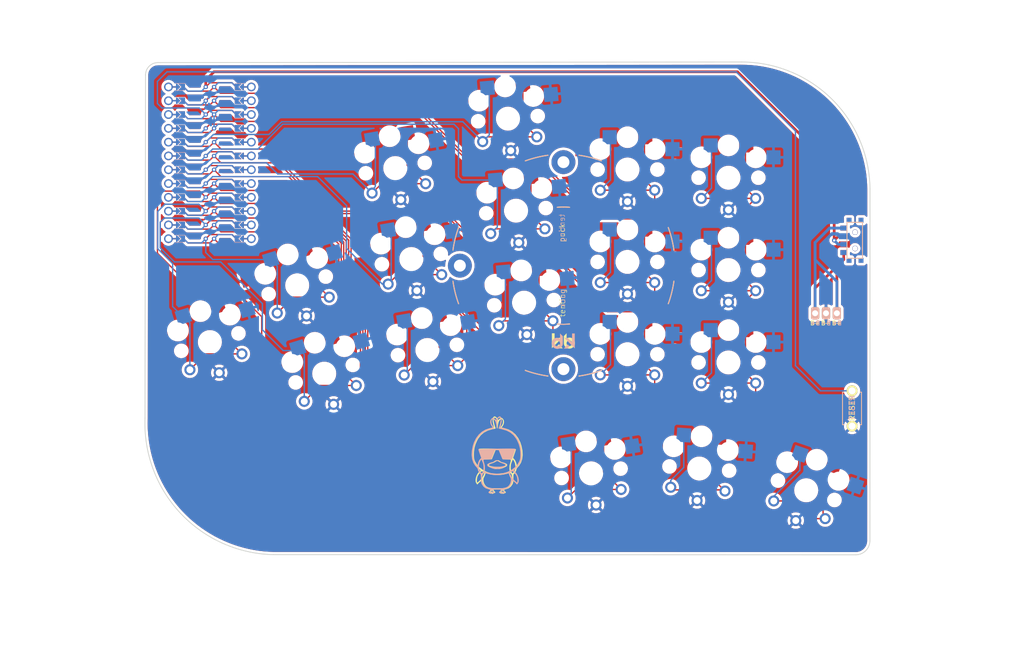
<source format=kicad_pcb>
(kicad_pcb (version 20211014) (generator pcbnew)
  (title_block (title "board") (rev "v1.0.0") (company "Unknown"))
  (layers (0 "F.Cu" signal) (31 "B.Cu" signal) (34 "B.Paste" user) (35 "F.Paste" user) (36 "B.SilkS" user "B.Silkscreen") (37 "F.SilkS" user "F.Silkscreen") (38 "B.Mask" user) (39 "F.Mask" user) (44 "Edge.Cuts" user))
  (net 0 "")
  (net 1 "P6")
  (net 2 "GND")
  (net 3 "P5")
  (net 4 "P4")
  (net 5 "P3")
  (net 6 "P2")
  (net 7 "P0")
  (net 8 "P1")
  (net 9 "P18")
  (net 10 "P15")
  (net 11 "P14")
  (net 12 "P16")
  (net 13 "P10")
  (net 14 "P19")
  (net 15 "P20")
  (net 16 "P21")
  (net 17 "P7")
  (net 18 "P8")
  (net 19 "P9")
  (net 20 "RAW")
  (net 21 "RST")
  (net 22 "VCC")
  (net 23 "Braw")
  (footprint "E73:SPDT_C128955" (layer "F.Cu") (at 157.269 -91.658 -90)
    (fp_text reference "T1" hide)
    (fp_text value "" hide)
  )
  (footprint "lib:bat" (layer "F.Cu") (at 151.924 -78.232)
    (fp_text reference "PAD1" hide)
    (fp_text value "" hide)
  )
  (footprint "kbd:ResetSW" (layer "F.Cu") (at 156.718 -60.706 90)
    (fp_text reference "B1" hide)
    (fp_text value "")
  )
  (footprint "Alaa:key" (layer "F.Cu") (at 72.700438 -104.95283 10)
    (fp_text reference "S11" hide)
    (fp_text value "" hide)
  )
  (footprint "Alaa:key" (layer "F.Cu") (at 94.905133 -97.114167 5)
    (fp_text reference "S15" hide)
    (fp_text value "" hide)
  )
  (footprint "Alaa:key" (layer "F.Cu") (at 115.411087 -87.686017)
    (fp_text reference "S21" hide)
    (fp_text value "" hide)
  )
  (footprint "Alaa:key" (layer "F.Cu") (at 133.985 -103.178)
    (fp_text reference "S29" hide)
    (fp_text value "" hide)
  )
  (footprint "LOGO" (layer "F.Cu") (at 91.44 -50.8)
    (fp_text reference "G***" hide)
    (fp_text value "LOGO" hide)
  )
  (footprint "Alaa:key" (layer "F.Cu") (at 148.283233 -45.648142 -19)
    (fp_text reference "S33" hide)
    (fp_text value "" hide)
  )
  (footprint "Alaa:key" (layer "F.Cu") (at 78.604476 -71.469366 10)
    (fp_text reference "S7" hide)
    (fp_text value "" hide)
  )
  (footprint "E73:SPDT_C128955" (layer "F.Cu") (at 157.269 -91.658 -90)
    (fp_text reference "T2" hide)
    (fp_text value "" hide)
  )
  (footprint "Alaa:key" (layer "F.Cu") (at 38.599617 -72.921745 17)
    (fp_text reference "S1" hide)
    (fp_text value "" hide)
  )
  (footprint "Alaa:key" (layer "F.Cu") (at 54.663006 -83.366197 17)
    (fp_text reference "S5" hide)
    (fp_text value "" hide)
  )
  (footprint "Alaa:key" (layer "F.Cu") (at 133.985 -86.178)
    (fp_text reference "S27" hide)
    (fp_text value "" hide)
  )
  (footprint "Alaa:key" (layer "F.Cu") (at 75.652457 -88.211098 10)
    (fp_text reference "S9" hide)
    (fp_text value "" hide)
  )
  (footprint "Alaa:key" (layer "F.Cu") (at 96.386781 -80.178857 5)
    (fp_text reference "S13" hide)
    (fp_text value "" hide)
  )
  (footprint "Alaa:key" (layer "F.Cu") (at 93.423486 -114.049477 5)
    (fp_text reference "S17" hide)
    (fp_text value "" hide)
  )
  (footprint "kbd:Tenting_Puck2" (layer "F.Cu") (at 103.632 -86.995)
    (fp_text reference "REF**")
    (fp_text value "Tenting Puck")
  )
  (footprint "Alaa:key" (layer "F.Cu") (at 128.62109 -49.648451 -4)
    (fp_text reference "S31" hide)
    (fp_text value "" hide)
  )
  (footprint "Alaa:key" (layer "F.Cu") (at 59.633325 -67.109016 17)
    (fp_text reference "S3" hide)
    (fp_text value "" hide)
  )
  (footprint "Alaa:key" (layer "F.Cu") (at 115.411087 -104.686017)
    (fp_text reference "S23" hide)
    (fp_text value "" hide)
  )
  (footprint "Alaa:key" (layer "F.Cu") (at 133.985 -69.178)
    (fp_text reference "S25" hide)
    (fp_text value "" hide)
  )
  (footprint "Alaa:key" (layer "F.Cu") (at 115.411087 -70.686017)
    (fp_text reference "S19" hide)
    (fp_text value "" hide)
  )
  (footprint "Alaa:key" (layer "F.Cu") (at 108.712 -48.768 9)
    (fp_text reference "S31" hide)
    (fp_text value "" hide)
  )
  (footprint "LOGO" (layer "B.Cu") (at 91.44 -50.8 180)
    (fp_text reference "G***" hide)
    (fp_text value "LOGO" hide)
  )
  (footprint "ProMicro" (layer "B.Cu") (at 38.608 -105.918 -90)
    (fp_text reference "")
    (fp_text value "")
  )
  (gr_line (start 136.378 -124.477905) (end 29.048446 -124.367554) (layer "Edge.Cuts") (width 0.15))
  (gr_line (start 26.67 -58.928) (end 26.762446 -122.081554) (layer "Edge.Cuts") (width 0.15))
  (gr_arc (start 136.378 -124.477905) (mid 153.005122 -117.643705) (end 160.02 -101.092) (layer "Edge.Cuts") (width 0.15))
  (gr_arc (start 50.292 -33.794081) (mid 33.209738 -41.406869) (end 26.67 -58.928) (layer "Edge.Cuts") (width 0.15))
  (gr_arc (start 160.00102 -36.322) (mid 159.230194 -34.525146) (end 157.426728 -33.769919) (layer "Edge.Cuts") (width 0.15))
  (gr_line (start 160.00102 -36.322) (end 160.02 -101.092) (layer "Edge.Cuts") (width 0.15))
  (gr_line (start 157.426728 -33.769919) (end 50.292 -33.794081) (layer "Edge.Cuts") (width 0.15))
  (gr_arc (start 26.762446 -122.081554) (mid 27.432 -123.698) (end 29.048446 -124.367554) (layer "Edge.Cuts") (width 0.15))
  (segment (start 118.536566 -76.486496) (end 118.536566 -68.760538) (width 0.25) (layer "F.Cu") (net 1))
  (segment (start 67.64256 -67.868594) (end 73.906114 -61.60504) (width 0.25) (layer "F.Cu") (net 1))
  (segment (start 63.672973 -83.522181) (end 64.008 -83.187154) (width 0.25) (layer "F.Cu") (net 1))
  (segment (start 64.008 -83.187151) (end 67.64256 -79.552591) (width 0.25) (layer "F.Cu") (net 1))
  (segment (start 119.77104 -61.60504) (end 120.411087 -62.245087) (width 0.25) (layer "F.Cu") (net 1))
  (segment (start 40.494511 -98.443489) (end 56.747639 -98.443489) (width 0.25) (layer "F.Cu") (net 1))
  (segment (start 120.411087 -62.245087) (end 120.411087 -66.886017) (width 0.25) (layer "F.Cu") (net 1))
  (segment (start 73.906114 -61.60504) (end 119.77104 -61.60504) (width 0.25) (layer "F.Cu") (net 1))
  (segment (start 118.536566 -68.760538) (end 120.411087 -66.886017) (width 0.25) (layer "F.Cu") (net 1))
  (segment (start 118.686087 -76.636017) (end 118.536566 -76.486496) (width 0.25) (layer "F.Cu") (net 1))
  (segment (start 39.37 -99.568) (end 40.494511 -98.443489) (width 0.25) (layer "F.Cu") (net 1))
  (segment (start 64.008 -83.187154) (end 64.008 -83.187151) (width 0.25) (layer "F.Cu") (net 1))
  (segment (start 56.747639 -98.443489) (end 63.672973 -91.518155) (width 0.25) (layer "F.Cu") (net 1))
  (segment (start 67.64256 -79.552591) (end 67.64256 -67.868594) (width 0.25) (layer "F.Cu") (net 1))
  (segment (start 63.672973 -91.518155) (end 63.672973 -83.522181) (width 0.25) (layer "F.Cu") (net 1))
  (segment (start 120.411087 -66.886017) (end 110.411087 -66.886017) (width 0.25) (layer "F.Cu") (net 1))
  (segment (start 112.285608 -77.029475) (end 112.285608 -68.760538) (width 0.25) (layer "B.Cu") (net 1))
  (segment (start 112.285608 -68.760538) (end 110.411087 -66.886017) (width 0.25) (layer "B.Cu") (net 1))
  (segment (start 63.899973 -112.884027) (end 63.899973 -107.20892) (width 0.25) (layer "F.Cu") (net 2))
  (segment (start 39.37 -114.808) (end 40.64 -113.538) (width 0.25) (layer "F.Cu") (net 2))
  (segment (start 50.499075 -113.538) (end 52.531075 -115.57) (width 0.25) (layer "F.Cu") (net 2))
  (segment (start 52.531075 -115.57) (end 61.214 -115.57) (width 0.25) (layer "F.Cu") (net 2))
  (segment (start 61.214 -115.57) (end 63.899973 -112.884027) (width 0.25) (layer "F.Cu") (net 2))
  (segment (start 40.64 -113.538) (end 50.499075 -113.538) (width 0.25) (layer "F.Cu") (net 2))
  (segment (start 37.846 -116.332) (end 39.37 -114.808) (width 0.25) (layer "B.Cu") (net 2))
  (segment (start 37.846 -117.348) (end 37.846 -116.332) (width 0.25) (layer "B.Cu") (net 2))
  (segment (start 39.37 -114.808) (end 39.37 -112.268) (width 0.25) (layer "B.Cu") (net 2))
  (segment (start 85.852 -76.834282) (end 85.852 -70.258959) (width 0.25) (layer "F.Cu") (net 3))
  (segment (start 85.852 -70.258959) (end 84.188378 -68.595337) (width 0.25) (layer "F.Cu") (net 3))
  (segment (start 64.122493 -91.704353) (end 64.122493 -83.708379) (width 0.25) (layer "F.Cu") (net 3))
  (segment (start 80.796515 -71.9872) (end 84.188378 -68.595337) (width 0.25) (layer "F.Cu") (net 3))
  (segment (start 40.64 -100.838) (end 54.988846 -100.838) (width 0.25) (layer "F.Cu") (net 3))
  (segment (start 84.188378 -68.595337) (end 76.076781 -68.595337) (width 0.25) (layer "F.Cu") (net 3))
  (segment (start 80.796515 -77.89767) (end 80.796515 -71.9872) (width 0.25) (layer "F.Cu") (net 3))
  (segment (start 76.076781 -68.595337) (end 74.3403 -66.858856) (width 0.25) (layer "F.Cu") (net 3))
  (segment (start 82.617802 -80.06848) (end 85.852 -76.834282) (width 0.25) (layer "F.Cu") (net 3))
  (segment (start 54.988846 -100.838) (end 64.122493 -91.704353) (width 0.25) (layer "F.Cu") (net 3))
  (segment (start 64.122493 -83.708379) (end 67.762393 -80.06848) (width 0.25) (layer "F.Cu") (net 3))
  (segment (start 67.762393 -80.06848) (end 82.617802 -80.06848) (width 0.25) (layer "F.Cu") (net 3))
  (segment (start 39.37 -102.108) (end 40.64 -100.838) (width 0.25) (layer "F.Cu") (net 3))
  (segment (start 74.346024 -76.760274) (end 74.903778 -76.20252) (width 0.25) (layer "B.Cu") (net 3))
  (segment (start 74.903778 -76.20252) (end 74.903778 -67.422334) (width 0.25) (layer "B.Cu") (net 3))
  (segment (start 92.608557 -76.829096) (end 91.736999 -75.957538) (width 0.25) (layer "F.Cu") (net 4))
  (segment (start 100.584 -72.39) (end 101.698946 -73.504946) (width 0.25) (layer "F.Cu") (net 4))
  (segment (start 101.698946 -76.829096) (end 99.130742 -79.3973) (width 0.25) (layer "F.Cu") (net 4))
  (segment (start 99.130742 -79.3973) (end 99.130742 -86.391651) (width 0.25) (layer "F.Cu") (net 4))
  (segment (start 101.698946 -73.504946) (end 101.698946 -76.829096) (width 0.25) (layer "F.Cu") (net 4))
  (segment (start 67.94859 -80.518) (end 82.804 -80.518) (width 0.25) (layer "F.Cu") (net 4))
  (segment (start 39.37 -104.648) (end 40.64 -103.378) (width 0.25) (layer "F.Cu") (net 4))
  (segment (start 40.64 -103.378) (end 53.084564 -103.378) (width 0.25) (layer "F.Cu") (net 4))
  (segment (start 53.084564 -103.378) (end 64.572013 -91.890551) (width 0.25) (layer "F.Cu") (net 4))
  (segment (start 101.698946 -76.829096) (end 92.608557 -76.829096) (width 0.25) (layer "F.Cu") (net 4))
  (segment (start 64.572013 -83.894577) (end 67.94859 -80.518) (width 0.25) (layer "F.Cu") (net 4))
  (segment (start 64.572013 -91.890551) (end 64.572013 -83.894577) (width 0.25) (layer "F.Cu") (net 4))
  (segment (start 90.932 -72.39) (end 100.584 -72.39) (width 0.25) (layer "F.Cu") (net 4))
  (segment (start 82.804 -80.518) (end 90.932 -72.39) (width 0.25) (layer "F.Cu") (net 4))
  (segment (start 92.605667 -85.82078) (end 92.953494 -85.472953) (width 0.25) (layer "B.Cu") (net 4))
  (segment (start 92.953494 -77.174033) (end 91.736999 -75.957538) (width 0.25) (layer "B.Cu") (net 4))
  (segment (start 92.953494 -85.472953) (end 92.953494 -77.174033) (width 0.25) (layer "B.Cu") (net 4))
  (segment (start 40.64 -105.918) (end 51.180282 -105.918) (width 0.25) (layer "F.Cu") (net 5))
  (segment (start 135.117538 -78.510538) (end 138.985 -82.378) (width 0.25) (layer "F.Cu") (net 5))
  (segment (start 137.110479 -84.252521) (end 137.110479 -91.978479) (width 0.25) (layer "F.Cu") (net 5))
  (segment (start 39.37 -107.188) (end 40.64 -105.918) (width 0.25) (layer "F.Cu") (net 5))
  (segment (start 51.180282 -105.918) (end 60.519802 -96.57848) (width 0.25) (layer "F.Cu") (net 5))
  (segment (start 138.985 -82.378) (end 137.110479 -84.252521) (width 0.25) (layer "F.Cu") (net 5))
  (segment (start 137.110479 -91.978479) (end 137.26 -92.128) (width 0.25) (layer "F.Cu") (net 5))
  (segment (start 101.6 -88.646) (end 111.735462 -78.510538) (width 0.25) (layer "F.Cu") (net 5))
  (segment (start 60.519802 -96.57848) (end 81.72952 -96.57848) (width 0.25) (layer "F.Cu") (net 5))
  (segment (start 81.72952 -96.57848) (end 89.662 -88.646) (width 0.25) (layer "F.Cu") (net 5))
  (segment (start 111.735462 -78.510538) (end 135.117538 -78.510538) (width 0.25) (layer "F.Cu") (net 5))
  (segment (start 128.985 -82.378) (end 138.985 -82.378) (width 0.25) (layer "F.Cu") (net 5))
  (segment (start 89.662 -88.646) (end 101.6 -88.646) (width 0.25) (layer "F.Cu") (net 5))
  (segment (start 130.71 -92.128) (end 130.859521 -91.978479) (width 0.25) (layer "B.Cu") (net 5))
  (segment (start 130.859521 -91.978479) (end 130.859521 -84.252521) (width 0.25) (layer "B.Cu") (net 5))
  (segment (start 130.859521 -84.252521) (end 128.985 -82.378) (width 0.25) (layer "B.Cu") (net 5))
  (segment (start 118.536566 -85.760538) (end 120.411087 -83.886017) (width 0.25) (layer "F.Cu") (net 6))
  (segment (start 110.411087 -83.886017) (end 120.411087 -83.886017) (width 0.25) (layer "F.Cu") (net 6))
  (segment (start 118.536566 -93.486496) (end 118.536566 -85.760538) (width 0.25) (layer "F.Cu") (net 6))
  (segment (start 49.276 -108.458) (end 60.706 -97.028) (width 0.25) (layer "F.Cu") (net 6))
  (segment (start 89.848198 -89.09552) (end 101.786198 -89.09552) (width 0.25) (layer "F.Cu") (net 6))
  (segment (start 120.411087 -80.787087) (end 120.411087 -83.886017) (width 0.25) (layer "F.Cu") (net 6))
  (segment (start 118.686087 -93.636017) (end 118.536566 -93.486496) (width 0.25) (layer "F.Cu") (net 6))
  (segment (start 40.64 -108.458) (end 49.276 -108.458) (width 0.25) (layer "F.Cu") (net 6))
  (segment (start 118.584058 -78.960058) (end 120.411087 -80.787087) (width 0.25) (layer "F.Cu") (net 6))
  (segment (start 101.786198 -89.09552) (end 111.92166 -78.960058) (width 0.25) (layer "F.Cu") (net 6))
  (segment (start 39.37 -109.728) (end 40.64 -108.458) (width 0.25) (layer "F.Cu") (net 6))
  (segment (start 111.92166 -78.960058) (end 118.584058 -78.960058) (width 0.25) (layer "F.Cu") (net 6))
  (segment (start 60.706 -97.028) (end 81.915718 -97.028) (width 0.25) (layer "F.Cu") (net 6))
  (segment (start 81.915718 -97.028) (end 89.848198 -89.09552) (width 0.25) (layer "F.Cu") (net 6))
  (segment (start 112.285608 -94.029475) (end 112.285608 -85.760538) (width 0.25) (layer "B.Cu") (net 6))
  (segment (start 112.285608 -85.760538) (end 110.411087 -83.886017) (width 0.25) (layer "B.Cu") (net 6))
  (segment (start 137.110479 -101.252521) (end 137.110479 -108.978479) (width 0.25) (layer "F.Cu") (net 7))
  (segment (start 39.37 -117.348) (end 40.64 -116.078) (width 0.25) (layer "F.Cu") (net 7))
  (segment (start 98.806 -106.172) (end 109.374877 -95.603123) (width 0.25) (layer "F.Cu") (net 7))
  (segment (start 128.985 -99.378) (end 138.985 -99.378) (width 0.25) (layer "F.Cu") (net 7))
  (segment (start 137.110479 -108.978479) (end 137.26 -109.128) (width 0.25) (layer "F.Cu") (net 7))
  (segment (start 138.985 -99.378) (end 137.110479 -101.252521) (width 0.25) (layer "F.Cu") (net 7))
  (segment (start 86.106 -106.172) (end 98.806 -106.172) (width 0.25) (layer "F.Cu") (net 7))
  (segment (start 109.374877 -95.603123) (end 135.210123 -95.603123) (width 0.25) (layer "F.Cu") (net 7))
  (segment (start 40.64 -116.078) (end 76.2 -116.078) (width 0.25) (layer "F.Cu") (net 7))
  (segment (start 76.2 -116.078) (end 86.106 -106.172) (width 0.25) (layer "F.Cu") (net 7))
  (segment (start 135.210123 -95.603123) (end 138.985 -99.378) (width 0.25) (layer "F.Cu") (net 7))
  (segment (start 130.859521 -101.252521) (end 128.985 -99.378) (width 0.25) (layer "B.Cu") (net 7))
  (segment (start 130.71 -109.128) (end 130.859521 -108.978479) (width 0.25) (layer "B.Cu") (net 7))
  (segment (start 130.859521 -108.978479) (end 130.859521 -101.252521) (width 0.25) (layer "B.Cu") (net 7))
  (segment (start 109.561075 -96.052643) (end 118.404643 -96.052643) (width 0.25) (layer "F.Cu") (net 8))
  (segment (start 118.536566 -110.486496) (end 118.536566 -102.760538) (width 0.25) (layer "F.Cu") (net 8))
  (segment (start 39.37 -119.888) (end 40.538189 -118.719811) (width 0.25) (layer "F.Cu") (net 8))
  (segment (start 98.992198 -106.62152) (end 109.561075 -96.052643) (width 0.25) (layer "F.Cu") (net 8))
  (segment (start 120.411087 -98.059087) (end 120.411087 -100.886017) (width 0.25) (layer "F.Cu") (net 8))
  (segment (start 120.411087 -100.886017) (end 110.411087 -100.886017) (width 0.25) (layer "F.Cu") (net 8))
  (segment (start 40.538189 -118.719811) (end 50.190189 -118.719811) (width 0.25) (layer "F.Cu") (net 8))
  (segment (start 118.686087 -110.636017) (end 118.536566 -110.486496) (width 0.25) (layer "F.Cu") (net 8))
  (segment (start 52.324 -116.586) (end 76.327718 -116.586) (width 0.25) (layer "F.Cu") (net 8))
  (segment (start 50.190189 -118.719811) (end 52.324 -116.586) (width 0.25) (layer "F.Cu") (net 8))
  (segment (start 86.292198 -106.62152) (end 98.992198 -106.62152) (width 0.25) (layer "F.Cu") (net 8))
  (segment (start 76.327718 -116.586) (end 86.292198 -106.62152) (width 0.25) (layer "F.Cu") (net 8))
  (segment (start 118.404643 -96.052643) (end 120.411087 -98.059087) (width 0.25) (layer "F.Cu") (net 8))
  (segment (start 118.536566 -102.760538) (end 120.411087 -100.886017) (width 0.25) (layer "F.Cu") (net 8))
  (segment (start 112.285608 -102.760538) (end 110.411087 -100.886017) (width 0.25) (layer "B.Cu") (net 8))
  (segment (start 112.285608 -111.029475) (end 112.285608 -102.760538) (width 0.25) (layer "B.Cu") (net 8))
  (segment (start 77.844496 -88.728932) (end 81.236359 -85.337069) (width 0.25) (layer "F.Cu") (net 9))
  (segment (start 77.844496 -94.639402) (end 77.844496 -88.728932) (width 0.25) (layer "F.Cu") (net 9))
  (segment (start 81.236359 -85.337069) (end 73.124762 -85.337069) (width 0.25) (layer "F.Cu") (net 9))
  (segment (start 73.124762 -85.337069) (end 71.388281 -83.600588) (width 0.25) (layer "F.Cu") (net 9))
  (segment (start 71.951759 -84.164066) (end 71.388281 -83.600588) (width 0.25) (layer "B.Cu") (net 9))
  (segment (start 39.126568 -103.388568) (end 58.409432 -103.388568) (width 0.25) (layer "B.Cu") (net 9))
  (segment (start 71.951759 -92.944252) (end 71.951759 -84.164066) (width 0.25) (layer "B.Cu") (net 9))
  (segment (start 37.846 -102.108) (end 39.126568 -103.388568) (width 0.25) (layer "B.Cu") (net 9))
  (segment (start 70.323412 -83.600588) (end 71.388281 -83.600588) (width 0.25) (layer "B.Cu") (net 9))
  (segment (start 63.754 -90.17) (end 70.323412 -83.600588) (width 0.25) (layer "B.Cu") (net 9))
  (segment (start 58.409432 -103.388568) (end 63.754 -98.044) (width 0.25) (layer "B.Cu") (net 9))
  (segment (start 71.394005 -93.502006) (end 71.951759 -92.944252) (width 0.25) (layer "B.Cu") (net 9))
  (segment (start 63.754 -98.044) (end 63.754 -90.17) (width 0.25) (layer "B.Cu") (net 9))
  (segment (start 36.703 -100.711) (end 29.845 -100.711) (width 0.25) (layer "F.Cu") (net 10))
  (segment (start 111.252 -59.69) (end 111.632072 -59.309928) (width 0.25) (layer "F.Cu") (net 10))
  (segment (start 37.846 -99.568) (end 36.703 -100.711) (width 0.25) (layer "F.Cu") (net 10))
  (segment (start 29.845 -100.711) (end 28.956 -99.822) (width 0.25) (layer "F.Cu") (net 10))
  (segment (start 28.956 -89.281) (end 34.036 -84.201) (width 0.25) (layer "F.Cu") (net 10))
  (segment (start 48.133 -61.341) (end 49.784 -59.69) (width 0.25) (layer "F.Cu") (net 10))
  (segment (start 114.244893 -45.796957) (end 105.932354 -45.796957) (width 0.25) (layer "F.Cu") (net 10))
  (segment (start 111.015893 -55.157067) (end 111.015893 -49.025957) (width 0.25) (layer "F.Cu") (net 10))
  (segment (start 105.932354 -45.796957) (end 104.368009 -44.232612) (width 0.25) (layer "F.Cu") (net 10))
  (segment (start 111.632072 -59.309928) (end 111.632072 -56.126053) (width 0.25) (layer "F.Cu") (net 10))
  (segment (start 111.015893 -49.025957) (end 114.244893 -45.796957) (width 0.25) (layer "F.Cu") (net 10))
  (segment (start 49.784 -59.69) (end 111.252 -59.69) (width 0.25) (layer "F.Cu") (net 10))
  (segment (start 28.956 -99.822) (end 28.956 -89.281) (width 0.25) (layer "F.Cu") (net 10))
  (segment (start 34.036 -84.201) (end 41.529 -84.201) (width 0.25) (layer "F.Cu") (net 10))
  (segment (start 41.529 -84.201) (end 48.133 -77.597) (width 0.25) (layer "F.Cu") (net 10))
  (segment (start 111.632072 -56.126053) (end 111.324886 -55.818867) (width 0.25) (layer "F.Cu") (net 10))
  (segment (start 48.133 -77.597) (end 48.133 -61.341) (width 0.25) (layer "F.Cu") (net 10))
  (segment (start 104.546535 -54.132423) (end 105.06145 -53.617508) (width 0.25) (layer "B.Cu") (net 10))
  (segment (start 105.06145 -53.617508) (end 105.06145 -44.926053) (width 0.25) (layer "B.Cu") (net 10))
  (segment (start 105.06145 -44.926053) (end 104.368009 -44.232612) (width 0.25) (layer "B.Cu") (net 10))
  (segment (start 37.852823 -70.749645) (end 34.929106 -67.825928) (width 0.25) (layer "F.Cu") (net 11))
  (segment (start 44.492153 -70.749645) (end 37.852823 -70.749645) (width 0.25) (layer "F.Cu") (net 11))
  (segment (start 39.991903 -79.569276) (end 39.991903 -75.249895) (width 0.25) (layer "F.Cu") (net 11))
  (segment (start 39.991903 -75.249895) (end 44.492153 -70.749645) (width 0.25) (layer "F.Cu") (net 11))
  (segment (start 31.75 -79.47019) (end 31.75 -87.374564) (width 0.25) (layer "B.Cu") (net 11))
  (segment (start 36.576 -98.298) (end 37.846 -97.028) (width 0.25) (layer "B.Cu") (net 11))
  (segment (start 29.01448 -96.977969) (end 30.334511 -98.298) (width 0.25) (layer "B.Cu") (net 11))
  (segment (start 34.929106 -76.453241) (end 33.728106 -77.654241) (width 0.25) (layer "B.Cu") (net 11))
  (segment (start 34.929106 -67.825928) (end 34.929106 -76.453241) (width 0.25) (layer "B.Cu") (net 11))
  (segment (start 31.75 -87.374564) (end 29.01448 -90.110084) (width 0.25) (layer "B.Cu") (net 11))
  (segment (start 33.199433 -78.020757) (end 31.75 -79.47019) (width 0.25) (layer "B.Cu") (net 11))
  (segment (start 30.334511 -98.298) (end 36.576 -98.298) (width 0.25) (layer "B.Cu") (net 11))
  (segment (start 29.01448 -90.110084) (end 29.01448 -96.977969) (width 0.25) (layer "B.Cu") (net 11))
  (segment (start 61.025611 -69.437166) (end 65.525861 -64.936916) (width 0.25) (layer "F.Cu") (net 12))
  (segment (start 65.525861 -64.936916) (end 58.886531 -64.936916) (width 0.25) (layer "F.Cu") (net 12))
  (segment (start 58.886531 -64.936916) (end 55.962814 -62.013199) (width 0.25) (layer "F.Cu") (net 12))
  (segment (start 61.025611 -73.756547) (end 61.025611 -69.437166) (width 0.25) (layer "F.Cu") (net 12))
  (segment (start 40.590374 -87.679626) (end 32.080656 -87.679626) (width 0.25) (layer "B.Cu") (net 12))
  (segment (start 36.576 -95.758) (end 37.846 -94.488) (width 0.25) (layer "B.Cu") (net 12))
  (segment (start 54.233141 -71.358455) (end 52.085545 -71.358455) (width 0.25) (layer "B.Cu") (net 12))
  (segment (start 30.226 -95.758) (end 36.576 -95.758) (width 0.25) (layer "B.Cu") (net 12))
  (segment (start 55.962814 -62.013199) (end 55.962814 -70.640512) (width 0.25) (layer "B.Cu") (net 12))
  (segment (start 29.464 -94.996) (end 30.226 -95.758) (width 0.25) (layer "B.Cu") (net 12))
  (segment (start 32.080656 -87.679626) (end 29.464 -90.296282) (width 0.25) (layer "B.Cu") (net 12))
  (segment (start 48.26 -75.184) (end 48.26 -80.01) (width 0.25) (layer "B.Cu") (net 12))
  (segment (start 52.085545 -71.358455) (end 48.26 -75.184) (width 0.25) (layer "B.Cu") (net 12))
  (segment (start 55.962814 -70.640512) (end 54.761814 -71.841512) (width 0.25) (layer "B.Cu") (net 12))
  (segment (start 29.464 -90.296282) (end 29.464 -94.996) (width 0.25) (layer "B.Cu") (net 12))
  (segment (start 48.26 -80.01) (end 40.590374 -87.679626) (width 0.25) (layer "B.Cu") (net 12))
  (segment (start 60.555542 -81.194097) (end 53.916212 -81.194097) (width 0.25) (layer "F.Cu") (net 13))
  (segment (start 56.055292 -90.013728) (end 56.055292 -85.694347) (width 0.25) (layer "F.Cu") (net 13))
  (segment (start 53.916212 -81.194097) (end 50.992495 -78.27038) (width 0.25) (layer "F.Cu") (net 13))
  (segment (start 56.055292 -85.694347) (end 60.555542 -81.194097) (width 0.25) (layer "F.Cu") (net 13))
  (segment (start 49.262822 -87.615636) (end 48.749312 -88.129146) (width 0.25) (layer "B.Cu") (net 13))
  (segment (start 50.992495 -86.897693) (end 49.791495 -88.098693) (width 0.25) (layer "B.Cu") (net 13))
  (segment (start 39.124854 -88.129146) (end 37.846 -89.408) (width 0.25) (layer "B.Cu") (net 13))
  (segment (start 50.992495 -78.27038) (end 50.992495 -86.897693) (width 0.25) (layer "B.Cu") (net 13))
  (segment (start 48.749312 -88.129146) (end 39.124854 -88.129146) (width 0.25) (layer "B.Cu") (net 13))
  (segment (start 37.846 -89.408) (end 37.846 -91.948) (width 0.25) (layer "B.Cu") (net 13))
  (segment (start 70.172743 -102.078801) (end 68.436262 -100.34232) (width 0.25) (layer "F.Cu") (net 14))
  (segment (start 74.892477 -111.381134) (end 74.892477 -105.470664) (width 0.25) (layer "F.Cu") (net 14))
  (segment (start 78.28434 -102.078801) (end 70.172743 -102.078801) (width 0.25) (layer "F.Cu") (net 14))
  (segment (start 74.892477 -105.470664) (end 78.28434 -102.078801) (width 0.25) (layer "F.Cu") (net 14))
  (segment (start 51.070276 -103.869724) (end 64.908858 -103.869724) (width 0.25) (layer "B.Cu") (net 14))
  (segment (start 49.022 -105.918) (end 51.070276 -103.869724) (width 0.25) (layer "B.Cu") (net 14))
  (segment (start 39.116 -105.918) (end 49.022 -105.918) (width 0.25) (layer "B.Cu") (net 14))
  (segment (start 67.847017 -110.243738) (end 69.044359 -109.046396) (width 0.25) (layer "B.Cu") (net 14))
  (segment (start 64.908858 -103.869724) (end 68.436262 -100.34232) (width 0.25) (layer "B.Cu") (net 14))
  (segment (start 37.846 -104.648) (end 39.116 -105.918) (width 0.25) (layer "B.Cu") (net 14))
  (segment (start 69.044359 -101.545386) (end 67.841293 -100.34232) (width 0.25) (layer "B.Cu") (net 14))
  (segment (start 69.044359 -109.046396) (end 69.044359 -101.545386) (width 0.25) (layer "B.Cu") (net 14))
  (segment (start 100.217298 -93.764406) (end 91.126909 -93.764406) (width 0.25) (layer "F.Cu") (net 15))
  (segment (start 97.649094 -96.33261) (end 100.217298 -93.764406) (width 0.25) (layer "F.Cu") (net 15))
  (segment (start 97.649094 -103.326961) (end 97.649094 -96.33261) (width 0.25) (layer "F.Cu") (net 15))
  (segment (start 91.126909 -93.764406) (end 90.255351 -92.892848) (width 0.25) (layer "F.Cu") (net 15))
  (segment (start 84.94991 -102.75609) (end 91.124019 -102.75609) (width 0.25) (layer "B.Cu") (net 15))
  (segment (start 47.429021 -108.459761) (end 51.99926 -113.03) (width 0.25) (layer "B.Cu") (net 15))
  (segment (start 91.471846 -94.109343) (end 90.255351 -92.892848) (width 0.25) (layer "B.Cu") (net 15))
  (segment (start 91.471846 -102.408263) (end 91.471846 -94.109343) (width 0.25) (layer "B.Cu") (net 15))
  (segment (start 84.328 -103.378) (end 84.94991 -102.75609) (width 0.25) (layer "B.Cu") (net 15))
  (segment (start 84.328 -112.204141) (end 84.328 -103.378) (width 0.25) (layer "B.Cu") (net 15))
  (segment (start 39.117761 -108.459761) (end 47.429021 -108.459761) (width 0.25) (layer "B.Cu") (net 15))
  (segment (start 51.99926 -113.03) (end 83.502141 -113.03) (width 0.25) (layer "B.Cu") (net 15))
  (segment (start 37.846 -107.188) (end 39.117761 -108.459761) (width 0.25) (layer "B.Cu") (net 15))
  (segment (start 83.502141 -113.03) (end 84.328 -112.204141) (width 0.25) (layer "B.Cu") (net 15))
  (segment (start 91.124019 -102.75609) (end 91.471846 -102.408263) (width 0.25) (layer "B.Cu") (net 15))
  (segment (start 96.167447 -120.262271) (end 96.167447 -113.26792) (width 0.25) (layer "F.Cu") (net 16))
  (segment (start 89.645262 -110.699716) (end 88.773704 -109.828158) (width 0.25) (layer "F.Cu") (net 16))
  (segment (start 98.735651 -110.699716) (end 89.645262 -110.699716) (width 0.25) (layer "F.Cu") (net 16))
  (segment (start 96.167447 -113.26792) (end 98.735651 -110.699716) (width 0.25) (layer "F.Cu") (net 16))
  (segment (start 37.846 -109.728) (end 39.261489 -111.143489) (width 0.25) (layer "B.Cu") (net 16))
  (segment (start 49.477031 -111.143489) (end 51.813062 -113.47952) (width 0.25) (layer "B.Cu") (net 16))
  (segment (start 51.813062 -113.47952) (end 85.122342 -113.47952) (width 0.25) (layer "B.Cu") (net 16))
  (segment (start 89.990199 -111.044653) (end 88.773704 -109.828158) (width 0.25) (layer "B.Cu") (net 16))
  (segment (start 89.990199 -119.343573) (end 89.990199 -111.044653) (width 0.25) (layer "B.Cu") (net 16))
  (segment (start 39.261489 -111.143489) (end 49.477031 -111.143489) (width 0.25) (layer "B.Cu") (net 16))
  (segment (start 85.122342 -113.47952) (end 88.773704 -109.828158) (width 0.25) (layer "B.Cu") (net 16))
  (segment (start 89.642372 -119.6914) (end 89.990199 -119.343573) (width 0.25) (layer "B.Cu") (net 16))
  (segment (start 63.223453 -83.335983) (end 67.19304 -79.366394) (width 0.25) (layer "F.Cu") (net 17))
  (segment (start 40.64 -95.758) (end 58.79741 -95.758) (width 0.25) (layer "F.Cu") (net 17))
  (segment (start 138.37152 -61.15552) (end 138.985 -61.769) (width 0.25) (layer "F.Cu") (net 17))
  (segment (start 67.19304 -79.366394) (end 67.19304 -67.682396) (width 0.25) (layer "F.Cu") (net 17))
  (segment (start 73.719916 -61.15552) (end 138.37152 -61.15552) (width 0.25) (layer "F.Cu") (net 17))
  (segment (start 39.37 -97.028) (end 40.64 -95.758) (width 0.25) (layer "F.Cu") (net 17))
  (segment (start 138.985 -65.378) (end 128.985 -65.378) (width 0.25) (layer "F.Cu") (net 17))
  (segment (start 137.110479 -74.978479) (end 137.26 -75.128) (width 0.25) (layer "F.Cu") (net 17))
  (segment (start 137.110479 -67.252521) (end 137.110479 -74.978479) (width 0.25) (layer "F.Cu") (net 17))
  (segment (start 58.79741 -95.758) (end 63.223453 -91.331957) (width 0.25) (layer "F.Cu") (net 17))
  (segment (start 67.19304 -67.682396) (end 73.719916 -61.15552) (width 0.25) (layer "F.Cu") (net 17))
  (segment (start 138.985 -61.769) (end 138.985 -65.378) (width 0.25) (layer "F.Cu") (net 17))
  (segment (start 63.223453 -91.331957) (end 63.223453 -83.335983) (width 0.25) (layer "F.Cu") (net 17))
  (segment (start 138.985 -65.378) (end 137.110479 -67.252521) (width 0.25) (layer "F.Cu") (net 17))
  (segment (start 130.859521 -74.978479) (end 130.859521 -67.252521) (width 0.25) (layer "B.Cu") (net 17))
  (segment (start 130.859521 -67.252521) (end 128.985 -65.378) (width 0.25) (layer "B.Cu") (net 17))
  (segment (start 130.71 -75.128) (end 130.859521 -74.978479) (width 0.25) (layer "B.Cu") (net 17))
  (segment (start 149.056669 -40.427331) (end 145.800988 -43.683012) (width 0.25) (layer "F.Cu") (net 18))
  (segment (start 153.316936 -60.043064) (end 153.316936 -50.207741) (width 0.25) (layer "F.Cu") (net 18))
  (segment (start 152.654 -60.706) (end 153.316936 -60.043064) (width 0.25) (layer "F.Cu") (net 18))
  (segment (start 66.74352 -67.496198) (end 73.533718 -60.706) (width 0.25) (layer "F.Cu") (net 18))
  (segment (start 153.316937 -50.207742) (end 151.384 -48.274805) (width 0.25) (layer "F.Cu") (net 18))
  (segment (start 60.701692 -93.218) (end 62.773933 -91.145759) (width 0.25) (layer "F.Cu") (net 18))
  (segment (start 62.773933 -83.149785) (end 66.74352 -79.180197) (width 0.25) (layer "F.Cu") (net 18))
  (segment (start 62.773933 -91.145759) (end 62.773933 -83.149785) (width 0.25) (layer "F.Cu") (net 18))
  (segment (start 151.773667 -40.427331) (end 149.056669 -40.427331) (width 0.25) (layer "F.Cu") (net 18))
  (segment (start 73.533718 -60.706) (end 152.654 -60.706) (width 0.25) (layer "F.Cu") (net 18))
  (segment (start 39.37 -94.488) (end 40.64 -93.218) (width 0.25) (layer "F.Cu") (net 18))
  (segment (start 151.384 -40.816998) (end 151.773667 -40.427331) (width 0.25) (layer "F.Cu") (net 18))
  (segment (start 66.74352 -79.180197) (end 66.74352 -67.496198) (width 0.25) (layer "F.Cu") (net 18))
  (segment (start 151.384 -48.274805) (end 151.384 -40.816998) (width 0.25) (layer "F.Cu") (net 18))
  (segment (start 145.800988 -43.683012) (end 142.318482 -43.683012) (width 0.25) (layer "F.Cu") (net 18))
  (segment (start 40.64 -93.218) (end 60.701692 -93.218) (width 0.25) (layer "F.Cu") (net 18))
  (segment (start 147.123791 -49.333791) (end 142.318482 -44.528482) (width 0.25) (layer "B.Cu") (net 18))
  (segment (start 142.318482 -44.528482) (end 142.318482 -43.683012) (width 0.25) (layer "B.Cu") (net 18))
  (segment (start 147.123791 -52.340212) (end 147.123791 -49.333791) (width 0.25) (layer "B.Cu") (net 18))
  (segment (start 66.294 -67.31) (end 66.294 -78.994) (width 0.25) (layer "F.Cu") (net 19))
  (segment (start 62.324413 -90.959561) (end 60.573974 -92.71) (width 0.25) (layer "F.Cu") (net 19))
  (segment (start 131.76752 -60.25648) (end 73.347521 -60.25648) (width 0.25) (layer "F.Cu") (net 19))
  (segment (start 73.347521 -60.25648) (end 66.294 -67.31) (width 0.25) (layer "F.Cu") (net 19))
  (segment (start 133.132761 -45.72) (end 123.854685 -45.72) (width 0.25) (layer "F.Cu") (net 19))
  (segment (start 50.546 -92.71) (end 48.006 -90.17) (width 0.25) (layer "F.Cu") (net 19))
  (segment (start 132.303162 -55.355504) (end 132.303162 -59.720838) (width 0.25) (layer "F.Cu") (net 19))
  (segment (start 60.573974 -92.71) (end 50.546 -92.71) (width 0.25) (layer "F.Cu") (net 19))
  (segment (start 41.148 -90.17) (end 39.37 -91.948) (width 0.25) (layer "F.Cu") (net 19))
  (segment (start 131.318 -54.370342) (end 131.318 -47.534761) (width 0.25) (layer "F.Cu") (net 19))
  (segment (start 133.343836 -45.508925) (end 133.132761 -45.72) (width 0.25) (layer "F.Cu") (net 19))
  (segment (start 132.303162 -55.355504) (end 131.318 -54.370342) (width 0.25) (layer "F.Cu") (net 19))
  (segment (start 131.318 -47.534761) (end 133.343836 -45.508925) (width 0.25) (layer "F.Cu") (net 19))
  (segment (start 48.006 -90.17) (end 41.148 -90.17) (width 0.25) (layer "F.Cu") (net 19))
  (segment (start 123.854685 -45.72) (end 123.368196 -46.206489) (width 0.25) (layer "F.Cu") (net 19))
  (segment (start 132.303162 -59.720838) (end 131.76752 -60.25648) (width 0.25) (layer "F.Cu") (net 19))
  (segment (start 62.324413 -82.963587) (end 62.324413 -90.959561) (width 0.25) (layer "F.Cu") (net 19))
  (segment (start 66.294 -78.994) (end 62.324413 -82.963587) (width 0.25) (layer "F.Cu") (net 19))
  (segment (start 125.769119 -54.514809) (end 125.769377 -54.514551) (width 0.25) (layer "B.Cu") (net 19))
  (segment (start 125.769119 -52.961387) (end 125.769119 -49.860643) (width 0.25) (layer "B.Cu") (net 19))
  (segment (start 125.769119 -49.860643) (end 123.368196 -47.45972) (width 0.25) (layer "B.Cu") (net 19))
  (segment (start 125.769119 -55.812409) (end 125.769119 -54.514809) (width 0.25) (layer "B.Cu") (net 19))
  (segment (start 125.769377 -54.514551) (end 125.769377 -52.961645) (width 0.25) (layer "B.Cu") (net 19))
  (segment (start 125.769377 -52.961645) (end 125.769119 -52.961387) (width 0.25) (layer "B.Cu") (net 19))
  (segment (start 123.368196 -47.45972) (end 123.368196 -46.206489) (width 0.25) (layer "B.Cu") (net 19))
  (segment (start 37.846 -119.888) (end 37.846 -121.158) (width 0.5) (layer "F.Cu") (net 20))
  (segment (start 154.192196 -92.408) (end 153.430113 -91.645917) (width 0.5) (layer "F.Cu") (net 20))
  (segment (start 155.194 -92.408) (end 154.192196 -92.408) (width 0.5) (layer "F.Cu") (net 20))
  (segment (start 37.846 -121.158) (end 39.37 -122.682) (width 0.5) (layer "F.Cu") (net 20))
  (segment (start 39.37 -122.682) (end 135.636 -122.682) (width 0.5) (layer "F.Cu") (net 20))
  (segment (start 135.636 -122.682) (end 153.430113 -104.887887) (width 0.5) (layer "F.Cu") (net 20))
  (segment (start 153.430113 -104.887887) (end 153.430113 -91.645917) (width 0.5) (layer "F.Cu") (net 20))
  (via (at 153.430113 -91.645917) (size 0.8) (drill 0.4) (layers "F.Cu" "B.Cu") (net 20))
  (segment (start 153.430113 -91.645917) (end 154.16803 -90.908) (width 0.5) (layer "B.Cu") (net 20))
  (segment (start 154.16803 -90.908) (end 155.194 -90.908) (width 0.5) (layer "B.Cu") (net 20))
  (segment (start 36.637228 -116.016772) (end 37.846 -114.808) (width 0.25) (layer "B.Cu") (net 21))
  (segment (start 28.956 -120.904) (end 28.956 -116.84) (width 0.25) (layer "B.Cu") (net 21))
  (segment (start 150.928 -63.956) (end 146.304 -68.58) (width 0.25) (layer "B.Cu") (net 21))
  (segment (start 135.40194 -122.66206) (end 30.71406 -122.66206) (width 0.25) (layer "B.Cu") (net 21))
  (segment (start 146.304 -111.76) (end 135.40194 -122.66206) (width 0.25) (layer "B.Cu") (net 21))
  (segment (start 156.718 -63.956) (end 150.928 -63.956) (width 0.25) (layer "B.Cu") (net 21))
  (segment (start 28.956 -116.84) (end 29.779228 -116.016772) (width 0.25) (layer "B.Cu") (net 21))
  (segment (start 146.304 -68.58) (end 146.304 -111.76) (width 0.25) (layer "B.Cu") (net 21))
  (segment (start 29.779228 -116.016772) (end 36.637228 -116.016772) (width 0.25) (layer "B.Cu") (net 21))
  (segment (start 30.71406 -122.66206) (end 28.956 -120.904) (width 0.25) (layer "B.Cu") (net 21))
  (segment (start 155.194 -88.138) (end 149.924 -82.868) (width 0.5) (layer "F.Cu") (net 23))
  (segment (start 153.924 -86.868) (end 153.924 -78.232) (width 0.5) (layer "F.Cu") (net 23))
  (segment (start 155.194 -88.138) (end 153.924 -86.868) (width 0.5) (layer "F.Cu") (net 23))
  (segment (start 149.924 -82.868) (end 149.924 -78.232) (width 0.5) (layer "F.Cu") (net 23))
  (segment (start 155.194 -89.408) (end 155.194 -88.138) (width 0.5) (layer "F.Cu") (net 23))
  (segment (start 149.924 -91.25) (end 149.924 -78.232) (width 0.5) (layer "B.Cu") (net 23))
  (segment (start 152.582 -93.908) (end 149.924 -91.25) (width 0.5) (layer "B.Cu") (net 23))
  (segment (start 155.194 -93.908) (end 152.571941 -93.908) (width 0.5) (layer "B.Cu") (net 23))
  (segment (start 152.571941 -93.908) (end 149.92313 -91.259189) (width 0.5) (layer "B.Cu") (net 23))
  (segment (start 153.924 -84.074) (end 153.924 -78.232) (width 0.5) (layer "B.Cu") (net 23))
  (segment (start 155.194 -93.908) (end 152.582 -93.908) (width 0.5) (layer "B.Cu") (net 23))
  (segment (start 149.92313 -88.07487) (end 153.924 -84.074) (width 0.5) (layer "B.Cu") (net 23))
  (segment (start 149.92313 -91.259189) (end 149.92313 -88.07487) (width 0.5) (layer "B.Cu") (net 23))
  (zone (net 2) (net_name "GND") (layers F&B.Cu) (connect_pads (clearance 0.508)) (min_thickness 0.254) (fill yes (thermal_gap 0.508) (thermal_bridge_width 0.508) (island_removal_mode 1) (island_area_min 0))
    (polygon (pts (xy 184.658 -135.128) (xy 188.341 -13.2842) (xy 1.524 -15.494) (xy 0 -134.62) (xy 88.265 -135.89)))
  )
)
</source>
